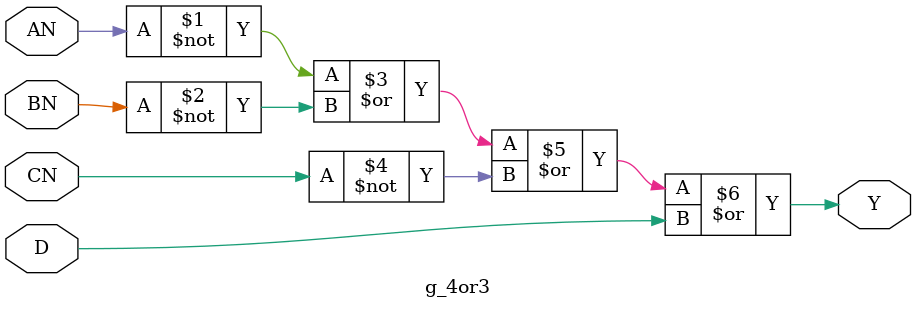
<source format=v>
module g_4or3 (Y, AN, BN, CN, D);

   input AN, BN, CN, D;
   output Y;

   or (Y, ~AN, ~BN, ~CN, D);

endmodule // g_4or3

</source>
